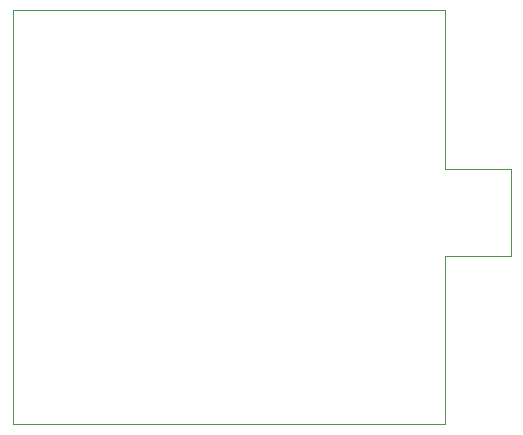
<source format=gbr>
%TF.GenerationSoftware,KiCad,Pcbnew,(5.1.9)-1*%
%TF.CreationDate,2021-05-13T10:13:02+02:00*%
%TF.ProjectId,TFG_LOPEZ_GIMENEZ,5446475f-4c4f-4504-955a-5f47494d454e,rev?*%
%TF.SameCoordinates,Original*%
%TF.FileFunction,Profile,NP*%
%FSLAX46Y46*%
G04 Gerber Fmt 4.6, Leading zero omitted, Abs format (unit mm)*
G04 Created by KiCad (PCBNEW (5.1.9)-1) date 2021-05-13 10:13:02*
%MOMM*%
%LPD*%
G01*
G04 APERTURE LIST*
%TA.AperFunction,Profile*%
%ADD10C,0.050000*%
%TD*%
G04 APERTURE END LIST*
D10*
X51816000Y-30988000D02*
X57404000Y-30988000D01*
X51816000Y-17526000D02*
X51054000Y-17526000D01*
X51816000Y-30988000D02*
X51816000Y-17526000D01*
X51816000Y-38354000D02*
X57404000Y-38354000D01*
X51816000Y-52578000D02*
X51816000Y-38354000D01*
X51054000Y-52578000D02*
X51816000Y-52578000D01*
X15240000Y-52578000D02*
X15240000Y-17526000D01*
X57404000Y-30988000D02*
X57404000Y-38354000D01*
X15240000Y-52578000D02*
X15240000Y-17526000D01*
X51054000Y-52578000D02*
X15240000Y-52578000D01*
X15240000Y-17526000D02*
X51054000Y-17526000D01*
X57404000Y-38354000D02*
X57404000Y-30988000D01*
M02*

</source>
